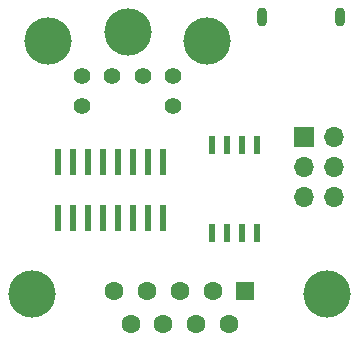
<source format=gbr>
%TF.GenerationSoftware,KiCad,Pcbnew,(5.1.9)-1*%
%TF.CreationDate,2021-03-28T16:21:23+02:00*%
%TF.ProjectId,UPL_Mouse,55504c5f-4d6f-4757-9365-2e6b69636164,rev?*%
%TF.SameCoordinates,Original*%
%TF.FileFunction,Soldermask,Bot*%
%TF.FilePolarity,Negative*%
%FSLAX46Y46*%
G04 Gerber Fmt 4.6, Leading zero omitted, Abs format (unit mm)*
G04 Created by KiCad (PCBNEW (5.1.9)-1) date 2021-03-28 16:21:23*
%MOMM*%
%LPD*%
G01*
G04 APERTURE LIST*
%ADD10C,1.397000*%
%ADD11C,4.000000*%
%ADD12O,0.914400X1.600200*%
%ADD13O,1.700000X1.700000*%
%ADD14R,1.700000X1.700000*%
%ADD15R,0.530800X1.561200*%
%ADD16R,0.558800X2.184400*%
%ADD17C,1.600000*%
%ADD18R,1.600000X1.600000*%
G04 APERTURE END LIST*
D10*
%TO.C,J1*%
X122870000Y-105100000D03*
X125460800Y-105100000D03*
X128051600Y-105100000D03*
X130642400Y-105100000D03*
X130642400Y-107600000D03*
X122870000Y-107600000D03*
D11*
X119999800Y-102108200D03*
X133512600Y-102108200D03*
X126756200Y-101295400D03*
%TD*%
D12*
%TO.C,J3*%
X144769998Y-100093698D03*
X138170002Y-100093698D03*
%TD*%
D13*
%TO.C,J4*%
X144220000Y-115340000D03*
X141680000Y-115340000D03*
X144220000Y-112800000D03*
X141680000Y-112800000D03*
X144220000Y-110260000D03*
D14*
X141680000Y-110260000D03*
%TD*%
D15*
%TO.C,U2*%
X133915000Y-110925001D03*
X135185000Y-110925001D03*
X136455000Y-110925001D03*
X137725000Y-110925001D03*
X137725000Y-118334999D03*
X136455000Y-118334999D03*
X135185000Y-118334999D03*
X133915000Y-118334999D03*
%TD*%
D16*
%TO.C,U1*%
X120875000Y-112337800D03*
X122145000Y-112337800D03*
X123415000Y-112337800D03*
X124685000Y-112337800D03*
X125955000Y-112337800D03*
X127225000Y-112337800D03*
X128495000Y-112337800D03*
X129765000Y-112337800D03*
X129765000Y-117062200D03*
X128495000Y-117062200D03*
X127225000Y-117062200D03*
X125955000Y-117062200D03*
X124685000Y-117062200D03*
X123415000Y-117062200D03*
X122145000Y-117062200D03*
X120875000Y-117062200D03*
%TD*%
D11*
%TO.C,J2*%
X143680000Y-123550000D03*
X118680000Y-123550000D03*
D17*
X127025000Y-126090000D03*
X129795000Y-126090000D03*
X132565000Y-126090000D03*
X135335000Y-126090000D03*
X125640000Y-123250000D03*
X128410000Y-123250000D03*
X131180000Y-123250000D03*
X133950000Y-123250000D03*
D18*
X136720000Y-123250000D03*
%TD*%
M02*

</source>
